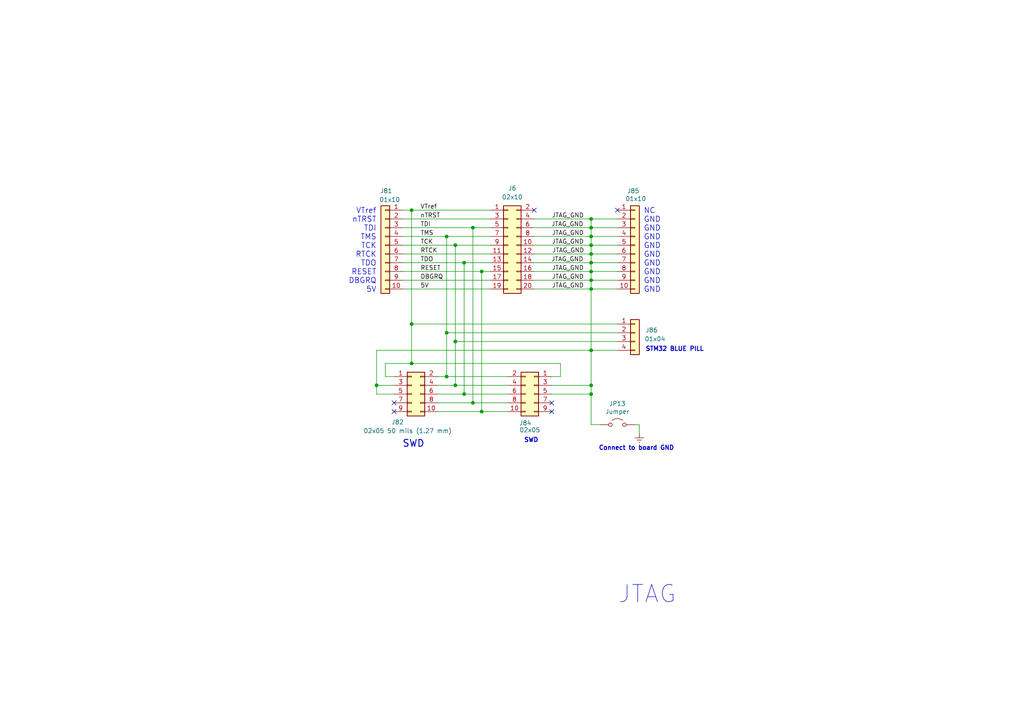
<source format=kicad_sch>
(kicad_sch (version 20231120) (generator "eeschema") (generator_version "8.0")
  (paper "A4")
  (title_block (title "ProtoConn Schematics") (date "2024-12-01") (rev "1") (company "@pakequis"))
  (lib_symbols
    (symbol "Connector_Generic:Conn_01x04" (pin_names (offset 1.016) hide)
      (property "Reference" "J" (at 0 5.08 0))
      (property "Value" "Conn_01x04" (at 0 -7.62 0))
      (symbol "Conn_01x04_1_1"
        (rectangle (start -1.27 -4.953) (end 0 -5.207) (stroke (width 0.1524)))
        (rectangle (start -1.27 -2.413) (end 0 -2.667) (stroke (width 0.1524)))
        (rectangle (start -1.27 0.127) (end 0 -0.127) (stroke (width 0.1524)))
        (rectangle (start -1.27 2.667) (end 0 2.413) (stroke (width 0.1524)))
        (rectangle (start -1.27 3.81) (end 1.27 -6.35) (stroke (width 0.254)) (fill (type background)))
        (pin passive line (at -5.08 2.54 0) (length 3.81) (name "Pin_1") (number "1"))
        (pin passive line (at -5.08 0 0) (length 3.81) (name "Pin_2") (number "2"))
        (pin passive line (at -5.08 -2.54 0) (length 3.81) (name "Pin_3") (number "3"))
        (pin passive line (at -5.08 -5.08 0) (length 3.81) (name "Pin_4") (number "4"))
      )
    )
    (symbol "Connector_Generic:Conn_01x10" (pin_names (offset 1.016) hide)
      (property "Reference" "J" (at 0 12.7 0))
      (property "Value" "Conn_01x10" (at 0 -15.24 0))
      (symbol "Conn_01x10_1_1"
        (rectangle (start -1.27 -12.573) (end 0 -12.827) (stroke (width 0.1524)))
        (rectangle (start -1.27 -10.033) (end 0 -10.287) (stroke (width 0.1524)))
        (rectangle (start -1.27 -7.493) (end 0 -7.747) (stroke (width 0.1524)))
        (rectangle (start -1.27 -4.953) (end 0 -5.207) (stroke (width 0.1524)))
        (rectangle (start -1.27 -2.413) (end 0 -2.667) (stroke (width 0.1524)))
        (rectangle (start -1.27 0.127) (end 0 -0.127) (stroke (width 0.1524)))
        (rectangle (start -1.27 2.667) (end 0 2.413) (stroke (width 0.1524)))
        (rectangle (start -1.27 5.207) (end 0 4.953) (stroke (width 0.1524)))
        (rectangle (start -1.27 7.747) (end 0 7.493) (stroke (width 0.1524)))
        (rectangle (start -1.27 10.287) (end 0 10.033) (stroke (width 0.1524)))
        (rectangle (start -1.27 11.43) (end 1.27 -13.97) (stroke (width 0.254)) (fill (type background)))
        (pin passive line (at -5.08 10.16 0) (length 3.81) (name "Pin_1") (number "1"))
        (pin passive line (at -5.08 -12.7 0) (length 3.81) (name "Pin_10") (number "10"))
        (pin passive line (at -5.08 7.62 0) (length 3.81) (name "Pin_2") (number "2"))
        (pin passive line (at -5.08 5.08 0) (length 3.81) (name "Pin_3") (number "3"))
        (pin passive line (at -5.08 2.54 0) (length 3.81) (name "Pin_4") (number "4"))
        (pin passive line (at -5.08 0 0) (length 3.81) (name "Pin_5") (number "5"))
        (pin passive line (at -5.08 -2.54 0) (length 3.81) (name "Pin_6") (number "6"))
        (pin passive line (at -5.08 -5.08 0) (length 3.81) (name "Pin_7") (number "7"))
        (pin passive line (at -5.08 -7.62 0) (length 3.81) (name "Pin_8") (number "8"))
        (pin passive line (at -5.08 -10.16 0) (length 3.81) (name "Pin_9") (number "9"))
      )
    )
    (symbol "Connector_Generic:Conn_02x05_Odd_Even" (pin_names (offset 1.016) hide)
      (property "Reference" "J" (at 1.27 7.62 0))
      (property "Value" "Conn_02x05_Odd_Even" (at 1.27 -7.62 0))
      (symbol "Conn_02x05_Odd_Even_1_1"
        (rectangle (start -1.27 -4.953) (end 0 -5.207) (stroke (width 0.1524)))
        (rectangle (start -1.27 -2.413) (end 0 -2.667) (stroke (width 0.1524)))
        (rectangle (start -1.27 0.127) (end 0 -0.127) (stroke (width 0.1524)))
        (rectangle (start -1.27 2.667) (end 0 2.413) (stroke (width 0.1524)))
        (rectangle (start -1.27 5.207) (end 0 4.953) (stroke (width 0.1524)))
        (rectangle (start -1.27 6.35) (end 3.81 -6.35) (stroke (width 0.254)) (fill (type background)))
        (rectangle (start 3.81 -4.953) (end 2.54 -5.207) (stroke (width 0.1524)))
        (rectangle (start 3.81 -2.413) (end 2.54 -2.667) (stroke (width 0.1524)))
        (rectangle (start 3.81 0.127) (end 2.54 -0.127) (stroke (width 0.1524)))
        (rectangle (start 3.81 2.667) (end 2.54 2.413) (stroke (width 0.1524)))
        (rectangle (start 3.81 5.207) (end 2.54 4.953) (stroke (width 0.1524)))
        (pin passive line (at -5.08 5.08 0) (length 3.81) (name "Pin_1") (number "1"))
        (pin passive line (at 7.62 -5.08 180) (length 3.81) (name "Pin_10") (number "10"))
        (pin passive line (at 7.62 5.08 180) (length 3.81) (name "Pin_2") (number "2"))
        (pin passive line (at -5.08 2.54 0) (length 3.81) (name "Pin_3") (number "3"))
        (pin passive line (at 7.62 2.54 180) (length 3.81) (name "Pin_4") (number "4"))
        (pin passive line (at -5.08 0 0) (length 3.81) (name "Pin_5") (number "5"))
        (pin passive line (at 7.62 0 180) (length 3.81) (name "Pin_6") (number "6"))
        (pin passive line (at -5.08 -2.54 0) (length 3.81) (name "Pin_7") (number "7"))
        (pin passive line (at 7.62 -2.54 180) (length 3.81) (name "Pin_8") (number "8"))
        (pin passive line (at -5.08 -5.08 0) (length 3.81) (name "Pin_9") (number "9"))
      )
    )
    (symbol "Connector_Generic:Conn_02x10_Odd_Even" (pin_names (offset 1.016) hide)
      (property "Reference" "J" (at 1.27 12.7 0))
      (property "Value" "Conn_02x10_Odd_Even" (at 1.27 -15.24 0))
      (symbol "Conn_02x10_Odd_Even_1_1"
        (rectangle (start -1.27 -12.573) (end 0 -12.827) (stroke (width 0.1524)))
        (rectangle (start -1.27 -10.033) (end 0 -10.287) (stroke (width 0.1524)))
        (rectangle (start -1.27 -7.493) (end 0 -7.747) (stroke (width 0.1524)))
        (rectangle (start -1.27 -4.953) (end 0 -5.207) (stroke (width 0.1524)))
        (rectangle (start -1.27 -2.413) (end 0 -2.667) (stroke (width 0.1524)))
        (rectangle (start -1.27 0.127) (end 0 -0.127) (stroke (width 0.1524)))
        (rectangle (start -1.27 2.667) (end 0 2.413) (stroke (width 0.1524)))
        (rectangle (start -1.27 5.207) (end 0 4.953) (stroke (width 0.1524)))
        (rectangle (start -1.27 7.747) (end 0 7.493) (stroke (width 0.1524)))
        (rectangle (start -1.27 10.287) (end 0 10.033) (stroke (width 0.1524)))
        (rectangle (start -1.27 11.43) (end 3.81 -13.97) (stroke (width 0.254)) (fill (type background)))
        (rectangle (start 3.81 -12.573) (end 2.54 -12.827) (stroke (width 0.1524)))
        (rectangle (start 3.81 -10.033) (end 2.54 -10.287) (stroke (width 0.1524)))
        (rectangle (start 3.81 -7.493) (end 2.54 -7.747) (stroke (width 0.1524)))
        (rectangle (start 3.81 -4.953) (end 2.54 -5.207) (stroke (width 0.1524)))
        (rectangle (start 3.81 -2.413) (end 2.54 -2.667) (stroke (width 0.1524)))
        (rectangle (start 3.81 0.127) (end 2.54 -0.127) (stroke (width 0.1524)))
        (rectangle (start 3.81 2.667) (end 2.54 2.413) (stroke (width 0.1524)))
        (rectangle (start 3.81 5.207) (end 2.54 4.953) (stroke (width 0.1524)))
        (rectangle (start 3.81 7.747) (end 2.54 7.493) (stroke (width 0.1524)))
        (rectangle (start 3.81 10.287) (end 2.54 10.033) (stroke (width 0.1524)))
        (pin passive line (at -5.08 10.16 0) (length 3.81) (name "Pin_1") (number "1"))
        (pin passive line (at 7.62 0 180) (length 3.81) (name "Pin_10") (number "10"))
        (pin passive line (at -5.08 -2.54 0) (length 3.81) (name "Pin_11") (number "11"))
        (pin passive line (at 7.62 -2.54 180) (length 3.81) (name "Pin_12") (number "12"))
        (pin passive line (at -5.08 -5.08 0) (length 3.81) (name "Pin_13") (number "13"))
        (pin passive line (at 7.62 -5.08 180) (length 3.81) (name "Pin_14") (number "14"))
        (pin passive line (at -5.08 -7.62 0) (length 3.81) (name "Pin_15") (number "15"))
        (pin passive line (at 7.62 -7.62 180) (length 3.81) (name "Pin_16") (number "16"))
        (pin passive line (at -5.08 -10.16 0) (length 3.81) (name "Pin_17") (number "17"))
        (pin passive line (at 7.62 -10.16 180) (length 3.81) (name "Pin_18") (number "18"))
        (pin passive line (at -5.08 -12.7 0) (length 3.81) (name "Pin_19") (number "19"))
        (pin passive line (at 7.62 10.16 180) (length 3.81) (name "Pin_2") (number "2"))
        (pin passive line (at 7.62 -12.7 180) (length 3.81) (name "Pin_20") (number "20"))
        (pin passive line (at -5.08 7.62 0) (length 3.81) (name "Pin_3") (number "3"))
        (pin passive line (at 7.62 7.62 180) (length 3.81) (name "Pin_4") (number "4"))
        (pin passive line (at -5.08 5.08 0) (length 3.81) (name "Pin_5") (number "5"))
        (pin passive line (at 7.62 5.08 180) (length 3.81) (name "Pin_6") (number "6"))
        (pin passive line (at -5.08 2.54 0) (length 3.81) (name "Pin_7") (number "7"))
        (pin passive line (at 7.62 2.54 180) (length 3.81) (name "Pin_8") (number "8"))
        (pin passive line (at -5.08 0 0) (length 3.81) (name "Pin_9") (number "9"))
      )
    )
    (symbol "Jumper:Jumper_2_Open" (pin_numbers hide) (pin_names (offset 0) hide) (exclude_from_sim yes)
      (property "Reference" "JP" (at 0 2.794 0))
      (property "Value" "Jumper_2_Open" (at 0 -2.286 0))
      (symbol "Jumper_2_Open_0_0"
        (circle (center -2.032 0) (radius 0.508))
        (circle (center 2.032 0) (radius 0.508))
      )
      (symbol "Jumper_2_Open_0_1"
        (arc (start 1.524 1.27) (mid 0 1.778) (end -1.524 1.27))
      )
      (symbol "Jumper_2_Open_1_1"
        (pin passive line (at -5.08 0 0) (length 2.54) (name "A") (number "1"))
        (pin passive line (at 5.08 0 180) (length 2.54) (name "B") (number "2"))
      )
    )
    (symbol "power:GNDREF" (power) (pin_numbers hide) (pin_names (offset 0) hide)
      (property "Value" "GNDREF" (at 0 -3.81 0))
      (symbol "GNDREF_0_1"
        (polyline (pts (xy -0.635 -1.905) (xy 0.635 -1.905)))
        (polyline (pts (xy -0.127 -2.54) (xy 0.127 -2.54)))
        (polyline (pts (xy 0 -1.27) (xy 0 0)))
        (polyline (pts (xy 1.27 -1.27) (xy -1.27 -1.27)))
      )
      (symbol "GNDREF_1_1"
        (pin power_in line (at 0 0 270) (length 0) (name "~") (number "1"))
      )
    )
  )
  (junction (at 132.08 71.12))
  (junction (at 137.16 66.04))
  (junction (at 119.38 105.41))
  (junction (at 132.08 111.76))
  (junction (at 171.45 73.66))
  (junction (at 119.38 93.98))
  (junction (at 171.45 114.3))
  (junction (at 137.16 116.84))
  (junction (at 129.54 109.22))
  (junction (at 171.45 101.6))
  (junction (at 171.45 66.04))
  (junction (at 171.45 71.12))
  (junction (at 139.7 78.74))
  (junction (at 129.54 68.58))
  (junction (at 171.45 83.82))
  (junction (at 132.08 99.06))
  (junction (at 171.45 78.74))
  (junction (at 171.45 68.58))
  (junction (at 109.22 111.76))
  (junction (at 129.54 96.52))
  (junction (at 119.38 60.96))
  (junction (at 171.45 81.28))
  (junction (at 134.62 76.2))
  (junction (at 171.45 76.2))
  (junction (at 171.45 63.5))
  (junction (at 134.62 114.3))
  (junction (at 139.7 119.38))
  (junction (at 171.45 111.76))
  (no_connect (at 160.02 119.38))
  (no_connect (at 160.02 116.84))
  (no_connect (at 114.3 119.38))
  (no_connect (at 114.3 116.84))
  (no_connect (at 179.07 60.96))
  (no_connect (at 154.94 60.96))
  (wire (pts (xy 171.45 78.74) (xy 179.07 78.74)))
  (wire (pts (xy 127 119.38) (xy 139.7 119.38)))
  (wire (pts (xy 116.84 71.12) (xy 132.08 71.12)))
  (wire (pts (xy 134.62 76.2) (xy 142.24 76.2)))
  (wire (pts (xy 109.22 101.6) (xy 109.22 111.76)))
  (wire (pts (xy 154.94 68.58) (xy 171.45 68.58)))
  (wire (pts (xy 137.16 66.04) (xy 142.24 66.04)))
  (wire (pts (xy 171.45 123.19) (xy 171.45 114.3)))
  (wire (pts (xy 171.45 81.28) (xy 179.07 81.28)))
  (wire (pts (xy 111.76 109.22) (xy 111.76 105.41)))
  (wire (pts (xy 171.45 78.74) (xy 171.45 81.28)))
  (wire (pts (xy 171.45 101.6) (xy 179.07 101.6)))
  (wire (pts (xy 109.22 111.76) (xy 114.3 111.76)))
  (wire (pts (xy 171.45 68.58) (xy 179.07 68.58)))
  (wire (pts (xy 137.16 116.84) (xy 147.32 116.84)))
  (wire (pts (xy 171.45 76.2) (xy 179.07 76.2)))
  (wire (pts (xy 119.38 105.41) (xy 162.56 105.41)))
  (wire (pts (xy 154.94 71.12) (xy 171.45 71.12)))
  (wire (pts (xy 109.22 101.6) (xy 171.45 101.6)))
  (wire (pts (xy 171.45 71.12) (xy 179.07 71.12)))
  (wire (pts (xy 171.45 66.04) (xy 179.07 66.04)))
  (wire (pts (xy 127 111.76) (xy 132.08 111.76)))
  (wire (pts (xy 119.38 93.98) (xy 179.07 93.98)))
  (wire (pts (xy 116.84 66.04) (xy 137.16 66.04)))
  (wire (pts (xy 160.02 111.76) (xy 171.45 111.76)))
  (wire (pts (xy 127 109.22) (xy 129.54 109.22)))
  (wire (pts (xy 129.54 96.52) (xy 129.54 68.58)))
  (wire (pts (xy 116.84 83.82) (xy 142.24 83.82)))
  (wire (pts (xy 109.22 114.3) (xy 114.3 114.3)))
  (wire (pts (xy 132.08 71.12) (xy 142.24 71.12)))
  (wire (pts (xy 127 116.84) (xy 137.16 116.84)))
  (wire (pts (xy 173.99 123.19) (xy 171.45 123.19)))
  (wire (pts (xy 114.3 109.22) (xy 111.76 109.22)))
  (wire (pts (xy 171.45 83.82) (xy 171.45 101.6)))
  (wire (pts (xy 171.45 66.04) (xy 171.45 68.58)))
  (wire (pts (xy 132.08 99.06) (xy 179.07 99.06)))
  (wire (pts (xy 154.94 83.82) (xy 171.45 83.82)))
  (wire (pts (xy 162.56 109.22) (xy 162.56 105.41)))
  (wire (pts (xy 171.45 76.2) (xy 171.45 78.74)))
  (wire (pts (xy 116.84 73.66) (xy 142.24 73.66)))
  (wire (pts (xy 119.38 60.96) (xy 142.24 60.96)))
  (wire (pts (xy 171.45 73.66) (xy 179.07 73.66)))
  (wire (pts (xy 171.45 81.28) (xy 171.45 83.82)))
  (wire (pts (xy 154.94 78.74) (xy 171.45 78.74)))
  (wire (pts (xy 116.84 68.58) (xy 129.54 68.58)))
  (wire (pts (xy 139.7 78.74) (xy 142.24 78.74)))
  (wire (pts (xy 154.94 76.2) (xy 171.45 76.2)))
  (wire (pts (xy 132.08 99.06) (xy 132.08 111.76)))
  (wire (pts (xy 171.45 63.5) (xy 179.07 63.5)))
  (wire (pts (xy 160.02 114.3) (xy 171.45 114.3)))
  (wire (pts (xy 185.42 125.73) (xy 185.42 123.19)))
  (wire (pts (xy 139.7 119.38) (xy 147.32 119.38)))
  (wire (pts (xy 119.38 93.98) (xy 119.38 60.96)))
  (wire (pts (xy 129.54 96.52) (xy 129.54 109.22)))
  (wire (pts (xy 154.94 73.66) (xy 171.45 73.66)))
  (wire (pts (xy 134.62 114.3) (xy 134.62 76.2)))
  (wire (pts (xy 129.54 68.58) (xy 142.24 68.58)))
  (wire (pts (xy 171.45 83.82) (xy 179.07 83.82)))
  (wire (pts (xy 116.84 81.28) (xy 142.24 81.28)))
  (wire (pts (xy 129.54 109.22) (xy 147.32 109.22)))
  (wire (pts (xy 132.08 71.12) (xy 132.08 99.06)))
  (wire (pts (xy 134.62 114.3) (xy 147.32 114.3)))
  (wire (pts (xy 171.45 114.3) (xy 171.45 111.76)))
  (wire (pts (xy 160.02 109.22) (xy 162.56 109.22)))
  (wire (pts (xy 132.08 111.76) (xy 147.32 111.76)))
  (wire (pts (xy 116.84 60.96) (xy 119.38 60.96)))
  (wire (pts (xy 154.94 81.28) (xy 171.45 81.28)))
  (wire (pts (xy 154.94 63.5) (xy 171.45 63.5)))
  (wire (pts (xy 171.45 68.58) (xy 171.45 71.12)))
  (wire (pts (xy 116.84 63.5) (xy 142.24 63.5)))
  (wire (pts (xy 111.76 105.41) (xy 119.38 105.41)))
  (wire (pts (xy 109.22 111.76) (xy 109.22 114.3)))
  (wire (pts (xy 116.84 76.2) (xy 134.62 76.2)))
  (wire (pts (xy 137.16 116.84) (xy 137.16 66.04)))
  (wire (pts (xy 119.38 105.41) (xy 119.38 93.98)))
  (wire (pts (xy 171.45 73.66) (xy 171.45 76.2)))
  (wire (pts (xy 171.45 63.5) (xy 171.45 66.04)))
  (wire (pts (xy 139.7 78.74) (xy 139.7 119.38)))
  (wire (pts (xy 171.45 101.6) (xy 171.45 111.76)))
  (wire (pts (xy 185.42 123.19) (xy 184.15 123.19)))
  (wire (pts (xy 171.45 71.12) (xy 171.45 73.66)))
  (wire (pts (xy 127 114.3) (xy 134.62 114.3)))
  (wire (pts (xy 129.54 96.52) (xy 179.07 96.52)))
  (wire (pts (xy 116.84 78.74) (xy 139.7 78.74)))
  (wire (pts (xy 154.94 66.04) (xy 171.45 66.04)))
  (text "STM32 BLUE PILL" (at 204.216 101.346 0) (effects (font (size 1.27 1.27) (thickness 0.254) (bold yes)) (justify right)))
  (text "SWD" (at 123.19 128.778 0) (effects (font (size 2 2) (thickness 0.254) (bold yes)) (justify right)))
  (text "SWD" (at 156.21 127.762 0) (effects (font (size 1.27 1.27) (thickness 0.254) (bold yes)) (justify right)))
  (text "JTAG" (at 187.706 172.466 0) (effects (font (size 5 5))))
  (text "VTref\nnTRST\nTDI\nTMS\nTCK\nRTCK\nTDO\nRESET\nDBGRQ\n5V\n" (at 109.22 72.644 0) (effects (font (size 1.5748 1.5748)) (justify right)))
  (text "Connect to board GND" (at 195.58 130.048 0) (effects (font (size 1.27 1.27) (thickness 0.254) (bold yes)) (justify right)))
  (text "NC\nGND\nGND\nGND\nGND\nGND\nGND\nGND\nGND\nGND" (at 186.69 72.644 0) (effects (font (size 1.5748 1.5748)) (justify left)))
  (label "VTref" (at 121.92 60.96 0))
  (label "TDI" (at 121.92 66.04 0))
  (label "JTAG_GND" (at 160.02 83.82 0))
  (label "JTAG_GND" (at 159.8962 76.2 0))
  (label "DBGRQ" (at 121.92 81.28 0))
  (label "JTAG_GND" (at 160.02 81.28 0))
  (label "TDO" (at 121.92 76.2 0))
  (label "JTAG_GND" (at 160.02 78.74 0))
  (label "TMS" (at 121.92 68.58 0))
  (label "5V" (at 121.92 83.82 0))
  (label "JTAG_GND" (at 160.02 71.12 0))
  (label "nTRST" (at 121.92 63.5 0))
  (label "JTAG_GND" (at 160.02 68.58 0))
  (label "RESET" (at 121.92 78.74 0))
  (label "JTAG_GND" (at 160.02 63.5 0))
  (label "JTAG_GND" (at 159.8962 66.04 0))
  (label "TCK" (at 121.92 71.12 0))
  (label "JTAG_GND" (at 160.11 73.66 0))
  (label "RTCK" (at 121.92 73.66 0))
  (symbol (lib_id "Connector_Generic:Conn_02x05_Odd_Even") (at 119.38 114.3 0) (unit 1)
    (property "Reference" "J82" (at 113.538 122.428 0) (effects (justify left)))
    (property "Value" "02x05 50 mils (1.27 mm)" (at 105.41 124.968 0) (effects (justify left)))
    (property "Footprint" "Connector_PinHeader_1.27mm:PinHeader_2x05_P1.27mm_Vertical" (effects (hide yes)))
    (property "Description" "Generic connector, double row, 02x05, odd/even pin numbering scheme (row 1 odd numbers, row 2 even numbers), script generated (kicad-library-utils/schlib/autogen/connector/)" (effects (hide yes)))
  )
  (symbol (lib_id "power:GNDREF") (at 185.42 125.73 0) (unit 1)
    (property "Reference" "#PWR015" (effects (hide yes)))
    (property "Value" "GNDREF" (effects (hide yes)))
    (property "Description" "Power symbol creates a global label with name \"GNDREF\" , reference supply ground" (effects (hide yes)))
  )
  (symbol (lib_id "Connector_Generic:Conn_01x10") (at 111.76 71.12 0) (mirror y) (unit 1)
    (property "Reference" "J81" (at 113.792 55.372 0) (effects (justify left)))
    (property "Value" "01x10" (at 116.078 57.912 0) (effects (justify left)))
    (property "Footprint" "Connector_PinHeader_2.54mm:PinHeader_1x10_P2.54mm_Vertical" (effects (hide yes)))
    (property "Description" "Generic connector, single row, 01x10, script generated (kicad-library-utils/schlib/autogen/connector/)" (effects (hide yes)))
  )
  (symbol (lib_id "Connector_Generic:Conn_01x10") (at 184.15 71.12 0) (unit 1)
    (property "Reference" "J85" (at 181.864 55.372 0) (effects (justify left)))
    (property "Value" "01x10" (at 181.356 57.658 0) (effects (justify left)))
    (property "Footprint" "Connector_PinHeader_2.54mm:PinHeader_1x10_P2.54mm_Vertical" (effects (hide yes)))
    (property "Description" "Generic connector, single row, 01x10, script generated (kicad-library-utils/schlib/autogen/connector/)" (effects (hide yes)))
  )
  (symbol (lib_id "Connector_Generic:Conn_02x05_Odd_Even") (at 154.94 114.3 0) (mirror y) (unit 1)
    (property "Reference" "J84" (at 154.178 122.682 0) (effects (justify left)))
    (property "Value" "02x05" (at 156.718 124.714 0) (effects (justify left)))
    (property "Footprint" "Connector_PinHeader_2.54mm:PinHeader_2x05_P2.54mm_Vertical" (effects (hide yes)))
    (property "Description" "Generic connector, double row, 02x05, odd/even pin numbering scheme (row 1 odd numbers, row 2 even numbers), script generated (kicad-library-utils/schlib/autogen/connector/)" (effects (hide yes)))
  )
  (symbol (lib_id "Connector_Generic:Conn_02x10_Odd_Even") (at 147.32 71.12 0) (unit 1)
    (property "Reference" "J6" (at 148.59 54.61 0))
    (property "Value" "02x10" (at 148.59 57.15 0))
    (property "Footprint" "Connector_PinHeader_2.54mm:PinHeader_2x10_P2.54mm_Vertical" (effects (hide yes)))
    (property "Description" "Generic connector, double row, 02x10, odd/even pin numbering scheme (row 1 odd numbers, row 2 even numbers), script generated (kicad-library-utils/schlib/autogen/connector/)" (effects (hide yes)))
  )
  (symbol (lib_id "Connector_Generic:Conn_01x04") (at 184.15 96.52 0) (unit 1)
    (property "Reference" "J86" (at 187.198 95.758 0) (effects (justify left)))
    (property "Value" "01x04" (at 186.944 98.298 0) (effects (justify left)))
    (property "Footprint" "Connector_PinHeader_2.54mm:PinHeader_1x04_P2.54mm_Vertical" (effects (hide yes)))
    (property "Description" "Generic connector, single row, 01x04, script generated (kicad-library-utils/schlib/autogen/connector/)" (effects (hide yes)))
  )
  (symbol (lib_id "Jumper:Jumper_2_Open") (at 179.07 123.19 0) (unit 1) (exclude_from_sim yes)
    (property "Reference" "JP13" (at 179.07 117.094 0))
    (property "Value" "Jumper" (at 179.07 119.38 0))
    (property "Footprint" "Connector_PinHeader_2.54mm:PinHeader_1x02_P2.54mm_Vertical" (effects (hide yes)))
    (property "Description" "Jumper, 2-pole, open" (effects (hide yes)))
  )
)
</source>
